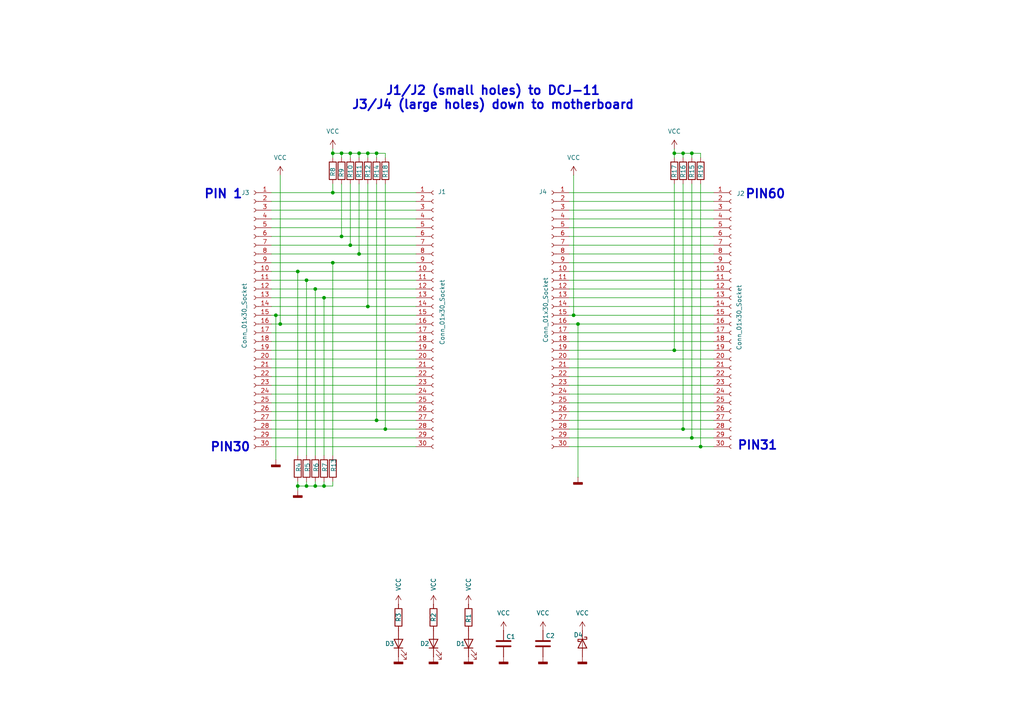
<source format=kicad_sch>
(kicad_sch (version 20231120) (generator "eeschema") (generator_version "8.0")
  (paper "A4")
  (lib_symbols
    (symbol "Connector:Conn_01x30_Socket" (pin_names (offset 1.016) hide)
      (property "Reference" "J" (at 0 38.1 0))
      (property "Value" "Conn_01x30_Socket" (at 0 -40.64 0))
      (symbol "Conn_01x30_Socket_1_1"
        (arc (start 0 -37.592) (mid -0.5058 -38.1) (end 0 -38.608) (stroke (width 0.1524)))
        (arc (start 0 -35.052) (mid -0.5058 -35.56) (end 0 -36.068) (stroke (width 0.1524)))
        (arc (start 0 -32.512) (mid -0.5058 -33.02) (end 0 -33.528) (stroke (width 0.1524)))
        (arc (start 0 -29.972) (mid -0.5058 -30.48) (end 0 -30.988) (stroke (width 0.1524)))
        (arc (start 0 -27.432) (mid -0.5058 -27.94) (end 0 -28.448) (stroke (width 0.1524)))
        (arc (start 0 -24.892) (mid -0.5058 -25.4) (end 0 -25.908) (stroke (width 0.1524)))
        (arc (start 0 -22.352) (mid -0.5058 -22.86) (end 0 -23.368) (stroke (width 0.1524)))
        (arc (start 0 -19.812) (mid -0.5058 -20.32) (end 0 -20.828) (stroke (width 0.1524)))
        (arc (start 0 -17.272) (mid -0.5058 -17.78) (end 0 -18.288) (stroke (width 0.1524)))
        (arc (start 0 -14.732) (mid -0.5058 -15.24) (end 0 -15.748) (stroke (width 0.1524)))
        (arc (start 0 -12.192) (mid -0.5058 -12.7) (end 0 -13.208) (stroke (width 0.1524)))
        (arc (start 0 -9.652) (mid -0.5058 -10.16) (end 0 -10.668) (stroke (width 0.1524)))
        (arc (start 0 -7.112) (mid -0.5058 -7.62) (end 0 -8.128) (stroke (width 0.1524)))
        (arc (start 0 -4.572) (mid -0.5058 -5.08) (end 0 -5.588) (stroke (width 0.1524)))
        (arc (start 0 -2.032) (mid -0.5058 -2.54) (end 0 -3.048) (stroke (width 0.1524)))
        (polyline (pts (xy -1.27 -38.1) (xy -0.508 -38.1)) (stroke (width 0.1524)))
        (polyline (pts (xy -1.27 -35.56) (xy -0.508 -35.56)) (stroke (width 0.1524)))
        (polyline (pts (xy -1.27 -33.02) (xy -0.508 -33.02)) (stroke (width 0.1524)))
        (polyline (pts (xy -1.27 -30.48) (xy -0.508 -30.48)) (stroke (width 0.1524)))
        (polyline (pts (xy -1.27 -27.94) (xy -0.508 -27.94)) (stroke (width 0.1524)))
        (polyline (pts (xy -1.27 -25.4) (xy -0.508 -25.4)) (stroke (width 0.1524)))
        (polyline (pts (xy -1.27 -22.86) (xy -0.508 -22.86)) (stroke (width 0.1524)))
        (polyline (pts (xy -1.27 -20.32) (xy -0.508 -20.32)) (stroke (width 0.1524)))
        (polyline (pts (xy -1.27 -17.78) (xy -0.508 -17.78)) (stroke (width 0.1524)))
        (polyline (pts (xy -1.27 -15.24) (xy -0.508 -15.24)) (stroke (width 0.1524)))
        (polyline (pts (xy -1.27 -12.7) (xy -0.508 -12.7)) (stroke (width 0.1524)))
        (polyline (pts (xy -1.27 -10.16) (xy -0.508 -10.16)) (stroke (width 0.1524)))
        (polyline (pts (xy -1.27 -7.62) (xy -0.508 -7.62)) (stroke (width 0.1524)))
        (polyline (pts (xy -1.27 -5.08) (xy -0.508 -5.08)) (stroke (width 0.1524)))
        (polyline (pts (xy -1.27 -2.54) (xy -0.508 -2.54)) (stroke (width 0.1524)))
        (polyline (pts (xy -1.27 0) (xy -0.508 0)) (stroke (width 0.1524)))
        (polyline (pts (xy -1.27 2.54) (xy -0.508 2.54)) (stroke (width 0.1524)))
        (polyline (pts (xy -1.27 5.08) (xy -0.508 5.08)) (stroke (width 0.1524)))
        (polyline (pts (xy -1.27 7.62) (xy -0.508 7.62)) (stroke (width 0.1524)))
        (polyline (pts (xy -1.27 10.16) (xy -0.508 10.16)) (stroke (width 0.1524)))
        (polyline (pts (xy -1.27 12.7) (xy -0.508 12.7)) (stroke (width 0.1524)))
        (polyline (pts (xy -1.27 15.24) (xy -0.508 15.24)) (stroke (width 0.1524)))
        (polyline (pts (xy -1.27 17.78) (xy -0.508 17.78)) (stroke (width 0.1524)))
        (polyline (pts (xy -1.27 20.32) (xy -0.508 20.32)) (stroke (width 0.1524)))
        (polyline (pts (xy -1.27 22.86) (xy -0.508 22.86)) (stroke (width 0.1524)))
        (polyline (pts (xy -1.27 25.4) (xy -0.508 25.4)) (stroke (width 0.1524)))
        (polyline (pts (xy -1.27 27.94) (xy -0.508 27.94)) (stroke (width 0.1524)))
        (polyline (pts (xy -1.27 30.48) (xy -0.508 30.48)) (stroke (width 0.1524)))
        (polyline (pts (xy -1.27 33.02) (xy -0.508 33.02)) (stroke (width 0.1524)))
        (polyline (pts (xy -1.27 35.56) (xy -0.508 35.56)) (stroke (width 0.1524)))
        (arc (start 0 0.508) (mid -0.5058 0) (end 0 -0.508) (stroke (width 0.1524)))
        (arc (start 0 3.048) (mid -0.5058 2.54) (end 0 2.032) (stroke (width 0.1524)))
        (arc (start 0 5.588) (mid -0.5058 5.08) (end 0 4.572) (stroke (width 0.1524)))
        (arc (start 0 8.128) (mid -0.5058 7.62) (end 0 7.112) (stroke (width 0.1524)))
        (arc (start 0 10.668) (mid -0.5058 10.16) (end 0 9.652) (stroke (width 0.1524)))
        (arc (start 0 13.208) (mid -0.5058 12.7) (end 0 12.192) (stroke (width 0.1524)))
        (arc (start 0 15.748) (mid -0.5058 15.24) (end 0 14.732) (stroke (width 0.1524)))
        (arc (start 0 18.288) (mid -0.5058 17.78) (end 0 17.272) (stroke (width 0.1524)))
        (arc (start 0 20.828) (mid -0.5058 20.32) (end 0 19.812) (stroke (width 0.1524)))
        (arc (start 0 23.368) (mid -0.5058 22.86) (end 0 22.352) (stroke (width 0.1524)))
        (arc (start 0 25.908) (mid -0.5058 25.4) (end 0 24.892) (stroke (width 0.1524)))
        (arc (start 0 28.448) (mid -0.5058 27.94) (end 0 27.432) (stroke (width 0.1524)))
        (arc (start 0 30.988) (mid -0.5058 30.48) (end 0 29.972) (stroke (width 0.1524)))
        (arc (start 0 33.528) (mid -0.5058 33.02) (end 0 32.512) (stroke (width 0.1524)))
        (arc (start 0 36.068) (mid -0.5058 35.56) (end 0 35.052) (stroke (width 0.1524)))
        (pin passive line (at -5.08 35.56 0) (length 3.81) (name "Pin_1") (number "1"))
        (pin passive line (at -5.08 12.7 0) (length 3.81) (name "Pin_10") (number "10"))
        (pin passive line (at -5.08 10.16 0) (length 3.81) (name "Pin_11") (number "11"))
        (pin passive line (at -5.08 7.62 0) (length 3.81) (name "Pin_12") (number "12"))
        (pin passive line (at -5.08 5.08 0) (length 3.81) (name "Pin_13") (number "13"))
        (pin passive line (at -5.08 2.54 0) (length 3.81) (name "Pin_14") (number "14"))
        (pin passive line (at -5.08 0 0) (length 3.81) (name "Pin_15") (number "15"))
        (pin passive line (at -5.08 -2.54 0) (length 3.81) (name "Pin_16") (number "16"))
        (pin passive line (at -5.08 -5.08 0) (length 3.81) (name "Pin_17") (number "17"))
        (pin passive line (at -5.08 -7.62 0) (length 3.81) (name "Pin_18") (number "18"))
        (pin passive line (at -5.08 -10.16 0) (length 3.81) (name "Pin_19") (number "19"))
        (pin passive line (at -5.08 33.02 0) (length 3.81) (name "Pin_2") (number "2"))
        (pin passive line (at -5.08 -12.7 0) (length 3.81) (name "Pin_20") (number "20"))
        (pin passive line (at -5.08 -15.24 0) (length 3.81) (name "Pin_21") (number "21"))
        (pin passive line (at -5.08 -17.78 0) (length 3.81) (name "Pin_22") (number "22"))
        (pin passive line (at -5.08 -20.32 0) (length 3.81) (name "Pin_23") (number "23"))
        (pin passive line (at -5.08 -22.86 0) (length 3.81) (name "Pin_24") (number "24"))
        (pin passive line (at -5.08 -25.4 0) (length 3.81) (name "Pin_25") (number "25"))
        (pin passive line (at -5.08 -27.94 0) (length 3.81) (name "Pin_26") (number "26"))
        (pin passive line (at -5.08 -30.48 0) (length 3.81) (name "Pin_27") (number "27"))
        (pin passive line (at -5.08 -33.02 0) (length 3.81) (name "Pin_28") (number "28"))
        (pin passive line (at -5.08 -35.56 0) (length 3.81) (name "Pin_29") (number "29"))
        (pin passive line (at -5.08 30.48 0) (length 3.81) (name "Pin_3") (number "3"))
        (pin passive line (at -5.08 -38.1 0) (length 3.81) (name "Pin_30") (number "30"))
        (pin passive line (at -5.08 27.94 0) (length 3.81) (name "Pin_4") (number "4"))
        (pin passive line (at -5.08 25.4 0) (length 3.81) (name "Pin_5") (number "5"))
        (pin passive line (at -5.08 22.86 0) (length 3.81) (name "Pin_6") (number "6"))
        (pin passive line (at -5.08 20.32 0) (length 3.81) (name "Pin_7") (number "7"))
        (pin passive line (at -5.08 17.78 0) (length 3.81) (name "Pin_8") (number "8"))
        (pin passive line (at -5.08 15.24 0) (length 3.81) (name "Pin_9") (number "9"))
      )
    )
    (symbol "Device:C" (pin_numbers hide) (pin_names (offset 0.254))
      (property "Reference" "C" (at 0.635 2.54 0))
      (property "Value" "C" (at 0.635 -2.54 0))
      (symbol "C_0_1"
        (polyline (pts (xy -2.032 -0.762) (xy 2.032 -0.762)) (stroke (width 0.508)))
        (polyline (pts (xy -2.032 0.762) (xy 2.032 0.762)) (stroke (width 0.508)))
      )
      (symbol "C_1_1"
        (pin passive line (at 0 3.81 270) (length 2.794) (name "~") (number "1"))
        (pin passive line (at 0 -3.81 90) (length 2.794) (name "~") (number "2"))
      )
    )
    (symbol "Device:LED" (pin_numbers hide) (pin_names (offset 1.016) hide)
      (property "Reference" "D" (at 0 2.54 0))
      (property "Value" "LED" (at 0 -2.54 0))
      (symbol "LED_0_1"
        (polyline (pts (xy -1.27 -1.27) (xy -1.27 1.27)) (stroke (width 0.254)))
        (polyline (pts (xy -1.27 0) (xy 1.27 0)))
        (polyline (pts (xy 1.27 -1.27) (xy 1.27 1.27) (xy -1.27 0) (xy 1.27 -1.27)) (stroke (width 0.254)))
        (polyline (pts (xy -3.048 -0.762) (xy -4.572 -2.286) (xy -3.81 -2.286) (xy -4.572 -2.286) (xy -4.572 -1.524)))
        (polyline (pts (xy -1.778 -0.762) (xy -3.302 -2.286) (xy -2.54 -2.286) (xy -3.302 -2.286) (xy -3.302 -1.524)))
      )
      (symbol "LED_1_1"
        (pin passive line (at -3.81 0 0) (length 2.54) (name "K") (number "1"))
        (pin passive line (at 3.81 0 180) (length 2.54) (name "A") (number "2"))
      )
    )
    (symbol "Device:R" (pin_numbers hide) (pin_names (offset 0))
      (property "Reference" "R" (at 2.032 0 90))
      (property "Value" "R" (at 0 0 90))
      (symbol "R_0_1"
        (rectangle (start -1.016 -2.54) (end 1.016 2.54) (stroke (width 0.254)))
      )
      (symbol "R_1_1"
        (pin passive line (at 0 3.81 270) (length 1.27) (name "~") (number "1"))
        (pin passive line (at 0 -3.81 90) (length 1.27) (name "~") (number "2"))
      )
    )
    (symbol "Diode:B220" (pin_numbers hide) (pin_names (offset 1.016) hide)
      (property "Reference" "D" (at 0 2.54 0))
      (property "Value" "B220" (at 0 -2.54 0))
      (symbol "B220_0_1"
        (polyline (pts (xy 1.27 0) (xy -1.27 0)))
        (polyline (pts (xy 1.27 1.27) (xy 1.27 -1.27) (xy -1.27 0) (xy 1.27 1.27)) (stroke (width 0.254)))
        (polyline (pts (xy -1.905 0.635) (xy -1.905 1.27) (xy -1.27 1.27) (xy -1.27 -1.27) (xy -0.635 -1.27) (xy -0.635 -0.635)) (stroke (width 0.254)))
      )
      (symbol "B220_1_1"
        (pin passive line (at -3.81 0 0) (length 2.54) (name "K") (number "1"))
        (pin passive line (at 3.81 0 180) (length 2.54) (name "A") (number "2"))
      )
    )
    (symbol "power:GNDD" (power) (pin_numbers hide) (pin_names (offset 0) hide)
      (property "Value" "GNDD" (at 0 -3.175 0))
      (symbol "GNDD_0_1"
        (rectangle (start -1.27 -1.524) (end 1.27 -2.032) (stroke (width 0.254)) (fill (type outline)))
        (polyline (pts (xy 0 0) (xy 0 -1.524)))
      )
      (symbol "GNDD_1_1"
        (pin power_in line (at 0 0 270) (length 0) (name "~") (number "1"))
      )
    )
    (symbol "power:VCC" (power) (pin_numbers hide) (pin_names (offset 0) hide)
      (property "Value" "VCC" (at 0 3.556 0))
      (symbol "VCC_0_1"
        (polyline (pts (xy -0.762 1.27) (xy 0 2.54)))
        (polyline (pts (xy 0 0) (xy 0 2.54)))
        (polyline (pts (xy 0 2.54) (xy 0.762 1.27)))
      )
      (symbol "VCC_1_1"
        (pin power_in line (at 0 0 90) (length 0) (name "~") (number "1"))
      )
    )
  )
  (junction (at 166.37 91.44))
  (junction (at 88.9 81.28))
  (junction (at 86.36 140.97))
  (junction (at 195.58 101.6))
  (junction (at 101.6 44.45))
  (junction (at 101.6 71.12))
  (junction (at 80.01 91.44))
  (junction (at 106.68 88.9))
  (junction (at 96.52 44.45))
  (junction (at 111.76 124.46))
  (junction (at 104.14 73.66))
  (junction (at 99.06 68.58))
  (junction (at 91.44 140.97))
  (junction (at 200.66 127))
  (junction (at 81.28 93.98))
  (junction (at 198.12 124.46))
  (junction (at 96.52 76.2))
  (junction (at 167.64 93.98))
  (junction (at 109.22 121.92))
  (junction (at 203.2 129.54))
  (junction (at 200.66 44.45))
  (junction (at 195.58 44.45))
  (junction (at 91.44 83.82))
  (junction (at 106.68 44.45))
  (junction (at 104.14 44.45))
  (junction (at 88.9 140.97))
  (junction (at 96.52 55.88))
  (junction (at 93.98 140.97))
  (junction (at 198.12 44.45))
  (junction (at 86.36 78.74))
  (junction (at 99.06 44.45))
  (junction (at 93.98 86.36))
  (junction (at 109.22 44.45))
  (wire (pts (xy 101.6 44.45) (xy 104.14 44.45)))
  (wire (pts (xy 104.14 44.45) (xy 104.14 45.72)))
  (wire (pts (xy 78.74 78.74) (xy 86.36 78.74)))
  (wire (pts (xy 78.74 119.38) (xy 120.65 119.38)))
  (wire (pts (xy 78.74 109.22) (xy 120.65 109.22)))
  (wire (pts (xy 78.74 114.3) (xy 120.65 114.3)))
  (wire (pts (xy 109.22 53.34) (xy 109.22 121.92)))
  (wire (pts (xy 96.52 76.2) (xy 120.65 76.2)))
  (wire (pts (xy 207.01 99.06) (xy 165.1 99.06)))
  (wire (pts (xy 111.76 44.45) (xy 111.76 45.72)))
  (wire (pts (xy 86.36 78.74) (xy 86.36 132.08)))
  (wire (pts (xy 80.01 91.44) (xy 120.65 91.44)))
  (wire (pts (xy 81.28 50.8) (xy 81.28 93.98)))
  (wire (pts (xy 207.01 106.68) (xy 165.1 106.68)))
  (wire (pts (xy 207.01 109.22) (xy 165.1 109.22)))
  (wire (pts (xy 78.74 99.06) (xy 120.65 99.06)))
  (wire (pts (xy 111.76 53.34) (xy 111.76 124.46)))
  (wire (pts (xy 78.74 91.44) (xy 80.01 91.44)))
  (wire (pts (xy 104.14 73.66) (xy 120.65 73.66)))
  (wire (pts (xy 78.74 73.66) (xy 104.14 73.66)))
  (wire (pts (xy 207.01 86.36) (xy 165.1 86.36)))
  (wire (pts (xy 207.01 63.5) (xy 165.1 63.5)))
  (wire (pts (xy 195.58 101.6) (xy 207.01 101.6)))
  (wire (pts (xy 198.12 124.46) (xy 165.1 124.46)))
  (wire (pts (xy 165.1 101.6) (xy 195.58 101.6)))
  (wire (pts (xy 104.14 44.45) (xy 106.68 44.45)))
  (wire (pts (xy 207.01 127) (xy 200.66 127)))
  (wire (pts (xy 106.68 53.34) (xy 106.68 88.9)))
  (wire (pts (xy 96.52 44.45) (xy 99.06 44.45)))
  (wire (pts (xy 111.76 124.46) (xy 120.65 124.46)))
  (wire (pts (xy 99.06 53.34) (xy 99.06 68.58)))
  (wire (pts (xy 86.36 140.97) (xy 88.9 140.97)))
  (wire (pts (xy 86.36 78.74) (xy 120.65 78.74)))
  (wire (pts (xy 93.98 140.97) (xy 96.52 140.97)))
  (wire (pts (xy 78.74 116.84) (xy 120.65 116.84)))
  (wire (pts (xy 207.01 76.2) (xy 165.1 76.2)))
  (wire (pts (xy 78.74 88.9) (xy 106.68 88.9)))
  (wire (pts (xy 78.74 86.36) (xy 93.98 86.36)))
  (wire (pts (xy 207.01 68.58) (xy 165.1 68.58)))
  (wire (pts (xy 99.06 44.45) (xy 101.6 44.45)))
  (wire (pts (xy 78.74 127) (xy 120.65 127)))
  (wire (pts (xy 109.22 121.92) (xy 120.65 121.92)))
  (wire (pts (xy 78.74 68.58) (xy 99.06 68.58)))
  (wire (pts (xy 78.74 101.6) (xy 120.65 101.6)))
  (wire (pts (xy 93.98 86.36) (xy 93.98 132.08)))
  (wire (pts (xy 207.01 119.38) (xy 165.1 119.38)))
  (wire (pts (xy 207.01 60.96) (xy 165.1 60.96)))
  (wire (pts (xy 99.06 68.58) (xy 120.65 68.58)))
  (wire (pts (xy 78.74 121.92) (xy 109.22 121.92)))
  (wire (pts (xy 78.74 63.5) (xy 120.65 63.5)))
  (wire (pts (xy 96.52 55.88) (xy 120.65 55.88)))
  (wire (pts (xy 106.68 44.45) (xy 109.22 44.45)))
  (wire (pts (xy 167.64 93.98) (xy 167.64 138.43)))
  (wire (pts (xy 91.44 83.82) (xy 120.65 83.82)))
  (wire (pts (xy 200.66 44.45) (xy 200.66 45.72)))
  (wire (pts (xy 207.01 58.42) (xy 165.1 58.42)))
  (wire (pts (xy 207.01 71.12) (xy 165.1 71.12)))
  (wire (pts (xy 78.74 93.98) (xy 81.28 93.98)))
  (wire (pts (xy 207.01 116.84) (xy 165.1 116.84)))
  (wire (pts (xy 166.37 91.44) (xy 207.01 91.44)))
  (wire (pts (xy 207.01 121.92) (xy 165.1 121.92)))
  (wire (pts (xy 207.01 111.76) (xy 165.1 111.76)))
  (wire (pts (xy 195.58 53.34) (xy 195.58 101.6)))
  (wire (pts (xy 78.74 104.14) (xy 120.65 104.14)))
  (wire (pts (xy 80.01 91.44) (xy 80.01 133.35)))
  (wire (pts (xy 207.01 55.88) (xy 165.1 55.88)))
  (wire (pts (xy 109.22 44.45) (xy 109.22 45.72)))
  (wire (pts (xy 200.66 127) (xy 165.1 127)))
  (wire (pts (xy 106.68 44.45) (xy 106.68 45.72)))
  (wire (pts (xy 166.37 50.8) (xy 166.37 91.44)))
  (wire (pts (xy 195.58 43.18) (xy 195.58 44.45)))
  (wire (pts (xy 86.36 140.97) (xy 86.36 142.24)))
  (wire (pts (xy 200.66 53.34) (xy 200.66 127)))
  (wire (pts (xy 198.12 44.45) (xy 198.12 45.72)))
  (wire (pts (xy 96.52 43.18) (xy 96.52 44.45)))
  (wire (pts (xy 104.14 53.34) (xy 104.14 73.66)))
  (wire (pts (xy 165.1 91.44) (xy 166.37 91.44)))
  (wire (pts (xy 207.01 88.9) (xy 165.1 88.9)))
  (wire (pts (xy 101.6 53.34) (xy 101.6 71.12)))
  (wire (pts (xy 78.74 66.04) (xy 120.65 66.04)))
  (wire (pts (xy 203.2 129.54) (xy 207.01 129.54)))
  (wire (pts (xy 88.9 81.28) (xy 88.9 132.08)))
  (wire (pts (xy 198.12 53.34) (xy 198.12 124.46)))
  (wire (pts (xy 96.52 76.2) (xy 96.52 132.08)))
  (wire (pts (xy 165.1 93.98) (xy 167.64 93.98)))
  (wire (pts (xy 78.74 129.54) (xy 120.65 129.54)))
  (wire (pts (xy 207.01 81.28) (xy 165.1 81.28)))
  (wire (pts (xy 86.36 139.7) (xy 86.36 140.97)))
  (wire (pts (xy 78.74 83.82) (xy 91.44 83.82)))
  (wire (pts (xy 78.74 76.2) (xy 96.52 76.2)))
  (wire (pts (xy 78.74 55.88) (xy 96.52 55.88)))
  (wire (pts (xy 78.74 111.76) (xy 120.65 111.76)))
  (wire (pts (xy 207.01 114.3) (xy 165.1 114.3)))
  (wire (pts (xy 91.44 139.7) (xy 91.44 140.97)))
  (wire (pts (xy 88.9 140.97) (xy 91.44 140.97)))
  (wire (pts (xy 96.52 139.7) (xy 96.52 140.97)))
  (wire (pts (xy 195.58 44.45) (xy 195.58 45.72)))
  (wire (pts (xy 88.9 139.7) (xy 88.9 140.97)))
  (wire (pts (xy 81.28 93.98) (xy 120.65 93.98)))
  (wire (pts (xy 78.74 124.46) (xy 111.76 124.46)))
  (wire (pts (xy 78.74 106.68) (xy 120.65 106.68)))
  (wire (pts (xy 106.68 88.9) (xy 120.65 88.9)))
  (wire (pts (xy 207.01 83.82) (xy 165.1 83.82)))
  (wire (pts (xy 207.01 78.74) (xy 165.1 78.74)))
  (wire (pts (xy 78.74 60.96) (xy 120.65 60.96)))
  (wire (pts (xy 198.12 44.45) (xy 200.66 44.45)))
  (wire (pts (xy 207.01 124.46) (xy 198.12 124.46)))
  (wire (pts (xy 101.6 44.45) (xy 101.6 45.72)))
  (wire (pts (xy 207.01 66.04) (xy 165.1 66.04)))
  (wire (pts (xy 167.64 93.98) (xy 207.01 93.98)))
  (wire (pts (xy 109.22 44.45) (xy 111.76 44.45)))
  (wire (pts (xy 195.58 44.45) (xy 198.12 44.45)))
  (wire (pts (xy 93.98 139.7) (xy 93.98 140.97)))
  (wire (pts (xy 78.74 58.42) (xy 120.65 58.42)))
  (wire (pts (xy 99.06 44.45) (xy 99.06 45.72)))
  (wire (pts (xy 207.01 104.14) (xy 165.1 104.14)))
  (wire (pts (xy 200.66 44.45) (xy 203.2 44.45)))
  (wire (pts (xy 165.1 96.52) (xy 207.01 96.52)))
  (wire (pts (xy 93.98 86.36) (xy 120.65 86.36)))
  (wire (pts (xy 207.01 73.66) (xy 165.1 73.66)))
  (wire (pts (xy 91.44 83.82) (xy 91.44 132.08)))
  (wire (pts (xy 78.74 96.52) (xy 120.65 96.52)))
  (wire (pts (xy 96.52 44.45) (xy 96.52 45.72)))
  (wire (pts (xy 203.2 44.45) (xy 203.2 45.72)))
  (wire (pts (xy 203.2 53.34) (xy 203.2 129.54)))
  (wire (pts (xy 165.1 129.54) (xy 203.2 129.54)))
  (wire (pts (xy 78.74 71.12) (xy 101.6 71.12)))
  (wire (pts (xy 78.74 81.28) (xy 88.9 81.28)))
  (wire (pts (xy 101.6 71.12) (xy 120.65 71.12)))
  (wire (pts (xy 88.9 81.28) (xy 120.65 81.28)))
  (wire (pts (xy 91.44 140.97) (xy 93.98 140.97)))
  (wire (pts (xy 96.52 53.34) (xy 96.52 55.88)))
  (text "PIN31" (at 219.71 129.286 0) (effects (font (size 2.54 2.54) (thickness 0.508) (bold yes))))
  (text "PIN30" (at 66.802 129.794 0) (effects (font (size 2.54 2.54) (thickness 0.508) (bold yes))))
  (text "PIN60" (at 221.996 56.388 0) (effects (font (size 2.54 2.54) (thickness 0.508) (bold yes))))
  (text "J1/J2 (small holes) to DCJ-11\nJ3/J4 (large holes) down to motherboard\n" (at 143.002 28.448 0) (effects (font (size 2.54 2.54) (thickness 0.508) (bold yes))))
  (text "PIN 1" (at 64.77 56.388 0) (effects (font (size 2.54 2.54) (thickness 0.508) (bold yes))))
  (symbol (lib_id "Device:R") (at 203.2 49.53 180) (unit 1)
    (property "Reference" "R19" (at 203.2 47.752 90) (effects (justify left)))
    (property "Value" "R" (effects (hide yes)))
    (property "Footprint" "Resistor_SMD:R_0805_2012Metric_Pad1.20x1.40mm_HandSolder" (effects (hide yes)))
    (property "Description" "Resistor" (effects (hide yes)))
  )
  (symbol (lib_id "power:GNDD") (at 157.48 190.5 0) (unit 1)
    (property "Reference" "#PWR014" (effects (hide yes)))
    (property "Value" "GND" (effects (hide yes)))
    (property "Description" "Power symbol creates a global label with name \"GNDD\" , digital ground" (effects (hide yes)))
  )
  (symbol (lib_id "Device:LED") (at 115.57 186.69 90) (unit 1)
    (property "Reference" "D3" (at 113.03 186.69 90))
    (property "Value" "LED" (effects (hide yes)))
    (property "Footprint" "LED_SMD:LED_0805_2012Metric_Pad1.15x1.40mm_HandSolder" (effects (hide yes)))
    (property "Description" "Light emitting diode" (effects (hide yes)))
  )
  (symbol (lib_id "Device:R") (at 104.14 49.53 180) (unit 1)
    (property "Reference" "R11" (at 104.14 47.752 90) (effects (justify left)))
    (property "Value" "R" (effects (hide yes)))
    (property "Footprint" "Resistor_SMD:R_0805_2012Metric_Pad1.20x1.40mm_HandSolder" (effects (hide yes)))
    (property "Description" "Resistor" (effects (hide yes)))
  )
  (symbol (lib_id "power:GNDD") (at 86.36 142.24 0) (unit 1)
    (property "Reference" "#PWR015" (effects (hide yes)))
    (property "Value" "GND" (effects (hide yes)))
    (property "Description" "Power symbol creates a global label with name \"GNDD\" , digital ground" (effects (hide yes)))
  )
  (symbol (lib_id "Device:R") (at 109.22 49.53 180) (unit 1)
    (property "Reference" "R14" (at 109.22 47.752 90) (effects (justify left)))
    (property "Value" "R" (effects (hide yes)))
    (property "Footprint" "Resistor_SMD:R_0805_2012Metric_Pad1.20x1.40mm_HandSolder" (effects (hide yes)))
    (property "Description" "Resistor" (effects (hide yes)))
  )
  (symbol (lib_id "Device:R") (at 198.12 49.53 180) (unit 1)
    (property "Reference" "R16" (at 198.12 47.752 90) (effects (justify left)))
    (property "Value" "R" (effects (hide yes)))
    (property "Footprint" "Resistor_SMD:R_0805_2012Metric_Pad1.20x1.40mm_HandSolder" (effects (hide yes)))
    (property "Description" "Resistor" (effects (hide yes)))
  )
  (symbol (lib_id "Device:R") (at 135.89 179.07 180) (unit 1)
    (property "Reference" "R1" (at 135.89 179.324 90))
    (property "Value" "R" (effects (hide yes)))
    (property "Footprint" "Resistor_SMD:R_0805_2012Metric_Pad1.20x1.40mm_HandSolder" (effects (hide yes)))
    (property "Description" "Resistor" (effects (hide yes)))
  )
  (symbol (lib_id "power:VCC") (at 168.91 182.88 0) (unit 1)
    (property "Reference" "#PWR031" (effects (hide yes)))
    (property "Value" "VCC" (at 168.91 177.8 0))
    (property "Description" "Power symbol creates a global label with name \"VCC\"" (effects (hide yes)))
  )
  (symbol (lib_id "Device:R") (at 115.57 179.07 180) (unit 1)
    (property "Reference" "R3" (at 115.57 179.07 90))
    (property "Value" "R" (effects (hide yes)))
    (property "Footprint" "Resistor_SMD:R_0805_2012Metric_Pad1.20x1.40mm_HandSolder" (effects (hide yes)))
    (property "Description" "Resistor" (effects (hide yes)))
  )
  (symbol (lib_id "Device:R") (at 86.36 135.89 0) (unit 1)
    (property "Reference" "R4" (at 86.614 136.906 90) (effects (justify left)))
    (property "Value" "R" (effects (hide yes)))
    (property "Footprint" "Resistor_SMD:R_0805_2012Metric_Pad1.20x1.40mm_HandSolder" (effects (hide yes)))
    (property "Description" "Resistor" (effects (hide yes)))
  )
  (symbol (lib_id "Device:C") (at 146.05 186.69 0) (unit 1)
    (property "Reference" "C1" (at 146.812 184.658 0) (effects (justify left)))
    (property "Value" "C" (effects (hide yes)))
    (property "Footprint" "Capacitor_SMD:C_0805_2012Metric_Pad1.18x1.45mm_HandSolder" (effects (hide yes)))
    (property "Description" "Unpolarized capacitor" (effects (hide yes)))
  )
  (symbol (lib_id "Device:R") (at 125.73 179.07 180) (unit 1)
    (property "Reference" "R2" (at 125.73 179.07 90))
    (property "Value" "R" (effects (hide yes)))
    (property "Footprint" "Resistor_SMD:R_0805_2012Metric_Pad1.20x1.40mm_HandSolder" (effects (hide yes)))
    (property "Description" "Resistor" (effects (hide yes)))
  )
  (symbol (lib_id "Device:R") (at 93.98 135.89 0) (unit 1)
    (property "Reference" "R7" (at 94.234 136.906 90) (effects (justify left)))
    (property "Value" "R" (effects (hide yes)))
    (property "Footprint" "Resistor_SMD:R_0805_2012Metric_Pad1.20x1.40mm_HandSolder" (effects (hide yes)))
    (property "Description" "Resistor" (effects (hide yes)))
  )
  (symbol (lib_id "Device:R") (at 106.68 49.53 180) (unit 1)
    (property "Reference" "R12" (at 106.68 47.752 90) (effects (justify left)))
    (property "Value" "R" (effects (hide yes)))
    (property "Footprint" "Resistor_SMD:R_0805_2012Metric_Pad1.20x1.40mm_HandSolder" (effects (hide yes)))
    (property "Description" "Resistor" (effects (hide yes)))
  )
  (symbol (lib_id "Connector:Conn_01x30_Socket") (at 125.73 91.44 0) (unit 1)
    (property "Reference" "J1" (at 127 55.626 0) (effects (justify left)))
    (property "Value" "Conn_01x30_Socket" (at 128.27 100.076 90) (effects (justify left)))
    (property "Footprint" "Connector_PinSocket_2.54mm:PinSocket_1x30_P2.54mm_Vertical" (effects (hide yes)))
    (property "Description" "Generic connector, single row, 01x30, script generated" (effects (hide yes)))
  )
  (symbol (lib_id "power:GNDD") (at 146.05 190.5 0) (unit 1)
    (property "Reference" "#PWR012" (effects (hide yes)))
    (property "Value" "GND" (effects (hide yes)))
    (property "Description" "Power symbol creates a global label with name \"GNDD\" , digital ground" (effects (hide yes)))
  )
  (symbol (lib_id "power:VCC") (at 157.48 182.88 0) (unit 1)
    (property "Reference" "#PWR013" (effects (hide yes)))
    (property "Value" "VCC" (at 157.48 177.8 0))
    (property "Description" "Power symbol creates a global label with name \"VCC\"" (effects (hide yes)))
  )
  (symbol (lib_id "Device:R") (at 195.58 49.53 180) (unit 1)
    (property "Reference" "R17" (at 195.58 47.752 90) (effects (justify left)))
    (property "Value" "R" (effects (hide yes)))
    (property "Footprint" "Resistor_SMD:R_0805_2012Metric_Pad1.20x1.40mm_HandSolder" (effects (hide yes)))
    (property "Description" "Resistor" (effects (hide yes)))
  )
  (symbol (lib_id "Device:LED") (at 135.89 186.69 90) (unit 1)
    (property "Reference" "D1" (at 133.604 186.69 90))
    (property "Value" "LED" (effects (hide yes)))
    (property "Footprint" "LED_SMD:LED_0805_2012Metric_Pad1.15x1.40mm_HandSolder" (effects (hide yes)))
    (property "Description" "Light emitting diode" (effects (hide yes)))
  )
  (symbol (lib_id "power:VCC") (at 125.73 175.26 0) (unit 1)
    (property "Reference" "#PWR07" (effects (hide yes)))
    (property "Value" "VCC" (at 125.7299 171.45 90) (effects (justify left)))
    (property "Description" "Power symbol creates a global label with name \"VCC\"" (effects (hide yes)))
  )
  (symbol (lib_id "power:GNDD") (at 168.91 190.5 0) (unit 1)
    (property "Reference" "#PWR032" (effects (hide yes)))
    (property "Value" "GND" (effects (hide yes)))
    (property "Description" "Power symbol creates a global label with name \"GNDD\" , digital ground" (effects (hide yes)))
  )
  (symbol (lib_id "Device:R") (at 111.76 49.53 180) (unit 1)
    (property "Reference" "R18" (at 111.76 47.752 90) (effects (justify left)))
    (property "Value" "R" (effects (hide yes)))
    (property "Footprint" "Resistor_SMD:R_0805_2012Metric_Pad1.20x1.40mm_HandSolder" (effects (hide yes)))
    (property "Description" "Resistor" (effects (hide yes)))
  )
  (symbol (lib_id "Device:C") (at 157.48 186.69 0) (unit 1)
    (property "Reference" "C2" (at 158.242 184.404 0) (effects (justify left)))
    (property "Value" "C" (effects (hide yes)))
    (property "Footprint" "Capacitor_SMD:C_0805_2012Metric_Pad1.18x1.45mm_HandSolder" (effects (hide yes)))
    (property "Description" "Unpolarized capacitor" (effects (hide yes)))
  )
  (symbol (lib_id "power:GNDD") (at 167.64 138.43 0) (unit 1)
    (property "Reference" "#PWR03" (effects (hide yes)))
    (property "Value" "GND" (effects (hide yes)))
    (property "Description" "Power symbol creates a global label with name \"GNDD\" , digital ground" (effects (hide yes)))
  )
  (symbol (lib_id "Device:R") (at 96.52 49.53 180) (unit 1)
    (property "Reference" "R8" (at 96.52 48.514 90) (effects (justify left)))
    (property "Value" "R" (effects (hide yes)))
    (property "Footprint" "Resistor_SMD:R_0805_2012Metric_Pad1.20x1.40mm_HandSolder" (effects (hide yes)))
    (property "Description" "Resistor" (effects (hide yes)))
  )
  (symbol (lib_id "Device:R") (at 88.9 135.89 0) (unit 1)
    (property "Reference" "R5" (at 89.154 136.906 90) (effects (justify left)))
    (property "Value" "R" (effects (hide yes)))
    (property "Footprint" "Resistor_SMD:R_0805_2012Metric_Pad1.20x1.40mm_HandSolder" (effects (hide yes)))
    (property "Description" "Resistor" (effects (hide yes)))
  )
  (symbol (lib_id "power:VCC") (at 115.57 175.26 0) (unit 1)
    (property "Reference" "#PWR09" (effects (hide yes)))
    (property "Value" "VCC" (at 115.5699 171.45 90) (effects (justify left)))
    (property "Description" "Power symbol creates a global label with name \"VCC\"" (effects (hide yes)))
  )
  (symbol (lib_id "power:GNDD") (at 125.73 190.5 0) (unit 1)
    (property "Reference" "#PWR08" (effects (hide yes)))
    (property "Value" "GND" (effects (hide yes)))
    (property "Description" "Power symbol creates a global label with name \"GNDD\" , digital ground" (effects (hide yes)))
  )
  (symbol (lib_id "power:GNDD") (at 135.89 190.5 0) (unit 1)
    (property "Reference" "#PWR06" (effects (hide yes)))
    (property "Value" "GND" (effects (hide yes)))
    (property "Description" "Power symbol creates a global label with name \"GNDD\" , digital ground" (effects (hide yes)))
  )
  (symbol (lib_id "power:GNDD") (at 115.57 190.5 0) (unit 1)
    (property "Reference" "#PWR010" (effects (hide yes)))
    (property "Value" "GND" (effects (hide yes)))
    (property "Description" "Power symbol creates a global label with name \"GNDD\" , digital ground" (effects (hide yes)))
  )
  (symbol (lib_id "Device:R") (at 91.44 135.89 0) (unit 1)
    (property "Reference" "R6" (at 91.694 136.906 90) (effects (justify left)))
    (property "Value" "R" (effects (hide yes)))
    (property "Footprint" "Resistor_SMD:R_0805_2012Metric_Pad1.20x1.40mm_HandSolder" (effects (hide yes)))
    (property "Description" "Resistor" (effects (hide yes)))
  )
  (symbol (lib_id "power:VCC") (at 146.05 182.88 0) (unit 1)
    (property "Reference" "#PWR011" (effects (hide yes)))
    (property "Value" "VCC" (at 146.05 177.8 0))
    (property "Description" "Power symbol creates a global label with name \"VCC\"" (effects (hide yes)))
  )
  (symbol (lib_id "power:VCC") (at 166.37 50.8 0) (unit 1)
    (property "Reference" "#PWR02" (effects (hide yes)))
    (property "Value" "VCC" (at 166.37 45.72 0))
    (property "Description" "Power symbol creates a global label with name \"VCC\"" (effects (hide yes)))
  )
  (symbol (lib_id "Connector:Conn_01x30_Socket") (at 160.02 91.44 0) (mirror y) (unit 1)
    (property "Reference" "J4" (at 157.48 55.626 0))
    (property "Value" "Conn_01x30_Socket" (at 158.242 89.916 90))
    (property "Footprint" "Connector_PinSocket_2.54mm:PinSocket_1x30_P2.54mm_Vertical" (effects (hide yes)))
    (property "Description" "Generic connector, single row, 01x30, script generated" (effects (hide yes)))
  )
  (symbol (lib_id "power:VCC") (at 195.58 43.18 0) (unit 1)
    (property "Reference" "#PWR028" (effects (hide yes)))
    (property "Value" "VCC" (at 195.58 38.1 0))
    (property "Description" "Power symbol creates a global label with name \"VCC\"" (effects (hide yes)))
  )
  (symbol (lib_id "Diode:B220") (at 168.91 186.69 270) (unit 1)
    (property "Reference" "D4" (at 166.37 184.15 90) (effects (justify left)))
    (property "Value" "B220" (effects (hide yes)))
    (property "Footprint" "Diode_SMD:D_SMB" (effects (hide yes)))
    (property "Datasheet" "http://www.jameco.com/Jameco/Products/ProdDS/1538777.pdf" (effects (hide yes)))
    (property "Description" "20V 2A Schottky Barrier Rectifier Diode, SMB" (effects (hide yes)))
  )
  (symbol (lib_id "Connector:Conn_01x30_Socket") (at 212.09 91.44 0) (unit 1)
    (property "Reference" "J2" (at 213.614 56.134 0) (effects (justify left)))
    (property "Value" "Conn_01x30_Socket" (at 214.376 101.6 90) (effects (justify left)))
    (property "Footprint" "Connector_PinSocket_2.54mm:PinSocket_1x30_P2.54mm_Vertical" (effects (hide yes)))
    (property "Description" "Generic connector, single row, 01x30, script generated" (effects (hide yes)))
  )
  (symbol (lib_id "Device:R") (at 101.6 49.53 180) (unit 1)
    (property "Reference" "R10" (at 101.6 47.752 90) (effects (justify left)))
    (property "Value" "R" (effects (hide yes)))
    (property "Footprint" "Resistor_SMD:R_0805_2012Metric_Pad1.20x1.40mm_HandSolder" (effects (hide yes)))
    (property "Description" "Resistor" (effects (hide yes)))
  )
  (symbol (lib_id "Device:LED") (at 125.73 186.69 90) (unit 1)
    (property "Reference" "D2" (at 123.19 186.69 90))
    (property "Value" "LED" (effects (hide yes)))
    (property "Footprint" "LED_SMD:LED_0805_2012Metric_Pad1.15x1.40mm_HandSolder" (effects (hide yes)))
    (property "Description" "Light emitting diode" (effects (hide yes)))
  )
  (symbol (lib_id "power:GNDD") (at 80.01 133.35 0) (unit 1)
    (property "Reference" "#PWR01" (effects (hide yes)))
    (property "Value" "GND" (effects (hide yes)))
    (property "Description" "Power symbol creates a global label with name \"GNDD\" , digital ground" (effects (hide yes)))
  )
  (symbol (lib_id "Connector:Conn_01x30_Socket") (at 73.66 91.44 0) (mirror y) (unit 1)
    (property "Reference" "J3" (at 72.39 55.88 0) (effects (justify left)))
    (property "Value" "Conn_01x30_Socket" (at 70.866 101.092 90) (effects (justify left)))
    (property "Footprint" "Connector_PinSocket_2.54mm:PinSocket_1x30_P2.54mm_Vertical" (effects (hide yes)))
    (property "Description" "Generic connector, single row, 01x30, script generated" (effects (hide yes)))
  )
  (symbol (lib_id "power:VCC") (at 96.52 43.18 0) (unit 1)
    (property "Reference" "#PWR019" (effects (hide yes)))
    (property "Value" "VCC" (at 96.52 38.1 0))
    (property "Description" "Power symbol creates a global label with name \"VCC\"" (effects (hide yes)))
  )
  (symbol (lib_id "Device:R") (at 96.52 135.89 0) (unit 1)
    (property "Reference" "R13" (at 96.774 136.906 90) (effects (justify left)))
    (property "Value" "R" (effects (hide yes)))
    (property "Footprint" "Resistor_SMD:R_0805_2012Metric_Pad1.20x1.40mm_HandSolder" (effects (hide yes)))
    (property "Description" "Resistor" (effects (hide yes)))
  )
  (symbol (lib_id "Device:R") (at 99.06 49.53 180) (unit 1)
    (property "Reference" "R9" (at 99.06 48.768 90) (effects (justify left)))
    (property "Value" "R" (effects (hide yes)))
    (property "Footprint" "Resistor_SMD:R_0805_2012Metric_Pad1.20x1.40mm_HandSolder" (effects (hide yes)))
    (property "Description" "Resistor" (effects (hide yes)))
  )
  (symbol (lib_id "power:VCC") (at 81.28 50.8 0) (unit 1)
    (property "Reference" "#PWR04" (effects (hide yes)))
    (property "Value" "VCC" (at 81.28 45.72 0))
    (property "Description" "Power symbol creates a global label with name \"VCC\"" (effects (hide yes)))
  )
  (symbol (lib_id "Device:R") (at 200.66 49.53 180) (unit 1)
    (property "Reference" "R15" (at 200.66 47.752 90) (effects (justify left)))
    (property "Value" "R" (effects (hide yes)))
    (property "Footprint" "Resistor_SMD:R_0805_2012Metric_Pad1.20x1.40mm_HandSolder" (effects (hide yes)))
    (property "Description" "Resistor" (effects (hide yes)))
  )
  (symbol (lib_id "power:VCC") (at 135.89 175.26 0) (unit 1)
    (property "Reference" "#PWR05" (effects (hide yes)))
    (property "Value" "VCC" (at 135.8899 171.45 90) (effects (justify left)))
    (property "Description" "Power symbol creates a global label with name \"VCC\"" (effects (hide yes)))
  )
)
</source>
